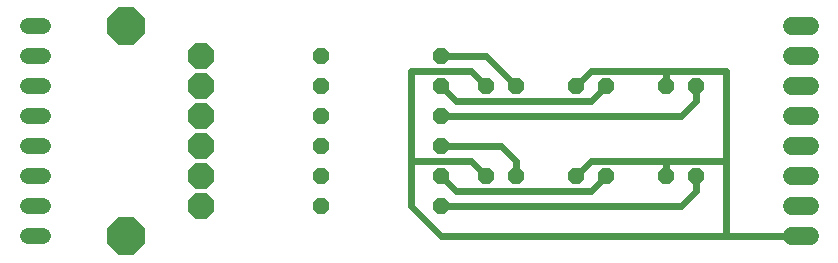
<source format=gbr>
G04 EAGLE Gerber X2 export*
G04 #@! %TF.Part,Single*
G04 #@! %TF.FileFunction,Copper,L1,Top,Mixed*
G04 #@! %TF.FilePolarity,Positive*
G04 #@! %TF.GenerationSoftware,Autodesk,EAGLE,9.0.0*
G04 #@! %TF.CreationDate,2019-08-08T19:01:50Z*
G75*
%MOMM*%
%FSLAX34Y34*%
%LPD*%
%AMOC8*
5,1,8,0,0,1.08239X$1,22.5*%
G01*
%ADD10C,1.320800*%
%ADD11C,1.524000*%
%ADD12P,3.436588X8X22.500000*%
%ADD13P,2.336880X8X22.500000*%
%ADD14P,1.429621X8X202.500000*%
%ADD15C,0.609600*%


D10*
X95504Y203200D02*
X82296Y203200D01*
X82296Y177800D02*
X95504Y177800D01*
X95504Y152400D02*
X82296Y152400D01*
X82296Y127000D02*
X95504Y127000D01*
X95504Y101600D02*
X82296Y101600D01*
X82296Y76200D02*
X95504Y76200D01*
X95504Y50800D02*
X82296Y50800D01*
X82296Y25400D02*
X95504Y25400D01*
D11*
X728980Y25400D02*
X744220Y25400D01*
X744220Y50800D02*
X728980Y50800D01*
X728980Y76200D02*
X744220Y76200D01*
X744220Y101600D02*
X728980Y101600D01*
X728980Y127000D02*
X744220Y127000D01*
X744220Y152400D02*
X728980Y152400D01*
X728980Y177800D02*
X744220Y177800D01*
X744220Y203200D02*
X728980Y203200D01*
D12*
X165100Y203200D03*
X165100Y25400D03*
D13*
X228600Y177800D03*
D14*
X431800Y177800D03*
X330200Y177800D03*
X495300Y152400D03*
X469900Y152400D03*
D13*
X228600Y152400D03*
D14*
X431800Y152400D03*
X330200Y152400D03*
X571500Y152400D03*
X546100Y152400D03*
D13*
X228600Y127000D03*
D14*
X431800Y127000D03*
X330200Y127000D03*
X647700Y152400D03*
X622300Y152400D03*
D13*
X228600Y101600D03*
D14*
X431800Y101600D03*
X330200Y101600D03*
X495300Y76200D03*
X469900Y76200D03*
D13*
X228600Y76200D03*
D14*
X431800Y76200D03*
X330200Y76200D03*
X571500Y76200D03*
X546100Y76200D03*
D13*
X228600Y50800D03*
D14*
X431800Y50800D03*
X330200Y50800D03*
X647700Y76200D03*
X622300Y76200D03*
D15*
X622300Y165100D02*
X558800Y165100D01*
X622300Y165100D02*
X622300Y152400D01*
X558800Y88900D02*
X546100Y76200D01*
X558800Y88900D02*
X622300Y88900D01*
X622300Y76200D01*
X469900Y76200D02*
X457200Y88900D01*
X406400Y88900D01*
X469900Y152400D02*
X457200Y165100D01*
X406400Y165100D01*
X406400Y88900D01*
X673100Y25400D02*
X736600Y25400D01*
X673100Y25400D02*
X431800Y25400D01*
X406400Y50800D01*
X406400Y88900D01*
X622300Y88900D02*
X673100Y88900D01*
X673100Y165100D01*
X558800Y165100D02*
X546100Y152400D01*
X622300Y165100D02*
X673100Y165100D01*
X673100Y88900D02*
X673100Y25400D01*
X469900Y177800D02*
X431800Y177800D01*
X469900Y177800D02*
X495300Y152400D01*
X444500Y139700D02*
X431800Y152400D01*
X444500Y139700D02*
X558800Y139700D01*
X571500Y152400D01*
X635000Y127000D02*
X431800Y127000D01*
X635000Y127000D02*
X647700Y139700D01*
X647700Y152400D01*
X482600Y101600D02*
X431800Y101600D01*
X482600Y101600D02*
X495300Y88900D01*
X495300Y76200D01*
X444500Y63500D02*
X431800Y76200D01*
X444500Y63500D02*
X558800Y63500D01*
X571500Y76200D01*
X635000Y50800D02*
X431800Y50800D01*
X635000Y50800D02*
X647700Y63500D01*
X647700Y76200D01*
M02*

</source>
